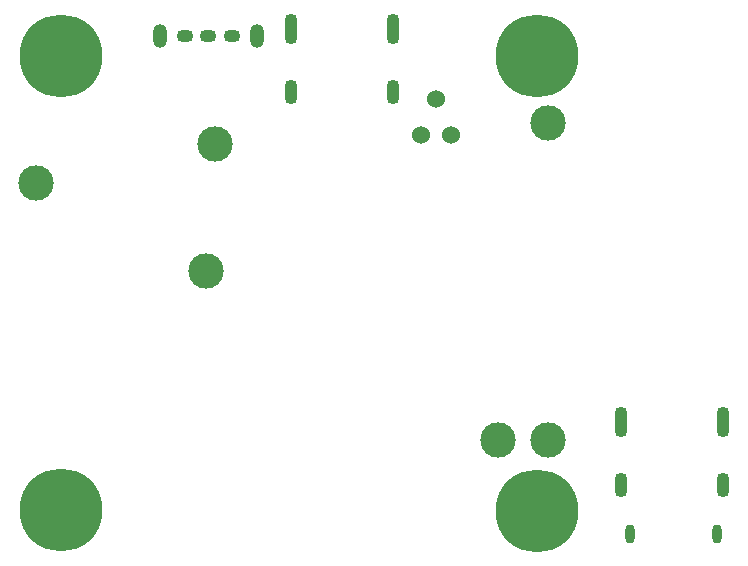
<source format=gbr>
%FSTAX23Y23*%
%MOIN*%
%SFA1B1*%

%IPPOS*%
%ADD52C,0.060000*%
%ADD53O,0.031496X0.062992*%
%ADD54C,0.275591*%
%ADD55O,0.043307X0.082677*%
%ADD56O,0.043307X0.102362*%
%ADD57O,0.047240X0.078740*%
%ADD58O,0.055118X0.043307*%
%ADD59C,0.118110*%
%LNpcb_power_measurement_pads_bot-1*%
%LPD*%
G54D52*
X03662Y0313D03*
X03762D03*
X0371Y0325D03*
G54D53*
X04649Y018D03*
X04358D03*
G54D54*
X02461Y0188D03*
X04049Y01875D03*
Y03393D03*
X02461D03*
G54D55*
X04328Y01962D03*
X04669D03*
X03567Y03272D03*
X03227D03*
G54D56*
X04329Y02173D03*
X04669D03*
X03568Y03482D03*
X03228D03*
G54D57*
X02791Y03459D03*
X03114D03*
G54D58*
X03031Y03459D03*
X02874D03*
X02952D03*
G54D59*
X02975Y031D03*
X03918Y02111D03*
X02945Y02677D03*
X02376Y02969D03*
X04085Y02111D03*
Y03169D03*
M02*
</source>
